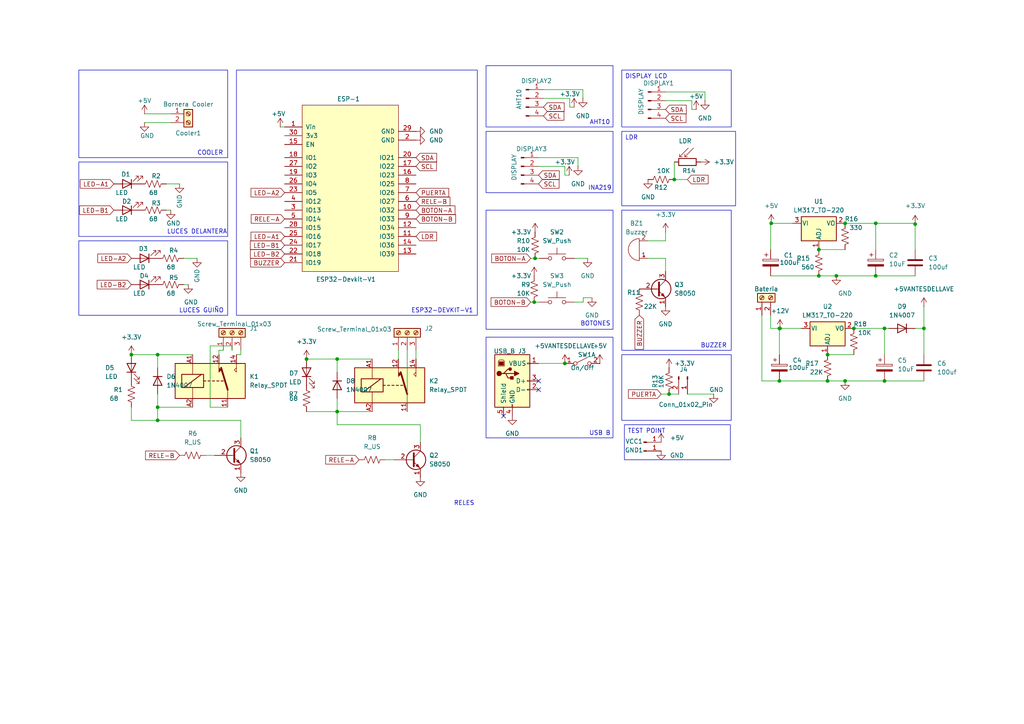
<source format=kicad_sch>
(kicad_sch (version 20231120) (generator "eeschema") (generator_version "8.0")
  (paper "A4")
  (lib_symbols
    (symbol "Connector:Conn_01x01_Pin" (pin_names (offset 1.016) hide)
      (property "Reference" "J" (at 0 2.54 0))
      (property "Value" "Conn_01x01_Pin" (at 0 -2.54 0))
      (symbol "Conn_01x01_Pin_1_1"
        (pin passive line (at 5.08 0 180) (length 3.81) (name "Pin_1") (number "1"))
      )
    )
    (symbol "Connector:Conn_01x02_Pin" (pin_names (offset 1.016) hide)
      (property "Reference" "J" (at 0 2.54 0))
      (property "Value" "Conn_01x02_Pin" (at 0 -5.08 0))
      (symbol "Conn_01x02_Pin_1_1"
        (pin passive line (at 5.08 0 180) (length 3.81) (name "Pin_1") (number "1"))
        (pin passive line (at 5.08 -2.54 180) (length 3.81) (name "Pin_2") (number "2"))
      )
    )
    (symbol "Connector:Conn_01x04_Pin" (pin_names (offset 1.016) hide)
      (property "Reference" "J" (at 0 5.08 0))
      (property "Value" "Conn_01x04_Pin" (at 0 -7.62 0))
      (symbol "Conn_01x04_Pin_1_1"
        (pin passive line (at 5.08 2.54 180) (length 3.81) (name "Pin_1") (number "1"))
        (pin passive line (at 5.08 0 180) (length 3.81) (name "Pin_2") (number "2"))
        (pin passive line (at 5.08 -2.54 180) (length 3.81) (name "Pin_3") (number "3"))
        (pin passive line (at 5.08 -5.08 180) (length 3.81) (name "Pin_4") (number "4"))
      )
    )
    (symbol "Connector:Screw_Terminal_01x02" (pin_names (offset 1.016) hide)
      (property "Reference" "J" (at 0 2.54 0))
      (property "Value" "Screw_Terminal_01x02" (at 0 -5.08 0))
      (symbol "Screw_Terminal_01x02_1_1"
        (pin passive line (at -5.08 0 0) (length 3.81) (name "Pin_1") (number "1"))
        (pin passive line (at -5.08 -2.54 0) (length 3.81) (name "Pin_2") (number "2"))
      )
    )
    (symbol "Connector:Screw_Terminal_01x03" (pin_names (offset 1.016) hide)
      (property "Reference" "J" (at 0 5.08 0))
      (property "Value" "Screw_Terminal_01x03" (at 0 -5.08 0))
      (symbol "Screw_Terminal_01x03_1_1"
        (pin passive line (at -5.08 2.54 0) (length 3.81) (name "Pin_1") (number "1"))
        (pin passive line (at -5.08 0 0) (length 3.81) (name "Pin_2") (number "2"))
        (pin passive line (at -5.08 -2.54 0) (length 3.81) (name "Pin_3") (number "3"))
      )
    )
    (symbol "Connector:USB_B" (pin_names (offset 1.016))
      (property "Reference" "J" (at -5.08 11.43 0))
      (property "Value" "USB_B" (at -5.08 8.89 0))
      (symbol "USB_B_1_1"
        (pin power_out line (at 7.62 5.08 180) (length 2.54) (name "VBUS") (number "1"))
        (pin bidirectional line (at 7.62 -2.54 180) (length 2.54) (name "D-") (number "2"))
        (pin bidirectional line (at 7.62 0 180) (length 2.54) (name "D+") (number "3"))
        (pin power_out line (at 0 -10.16 90) (length 2.54) (name "GND") (number "4"))
        (pin passive line (at -2.54 -10.16 90) (length 2.54) (name "Shield") (number "5"))
      )
    )
    (symbol "Device:Buzzer" (pin_names (offset 0.0254) hide)
      (property "Reference" "BZ" (at 3.81 1.27 0))
      (property "Value" "Buzzer" (at 3.81 -1.27 0))
      (symbol "Buzzer_1_1"
        (pin passive line (at -2.54 2.54 0) (length 2.54) (name "+") (number "1"))
        (pin passive line (at -2.54 -2.54 0) (length 2.54) (name "-") (number "2"))
      )
    )
    (symbol "Device:C" (pin_numbers hide) (pin_names (offset 0.254))
      (property "Reference" "C" (at 0.635 2.54 0))
      (property "Value" "C" (at 0.635 -2.54 0))
      (symbol "C_1_1"
        (pin passive line (at 0 3.81 270) (length 2.794) (name "~") (number "1"))
        (pin passive line (at 0 -3.81 90) (length 2.794) (name "~") (number "2"))
      )
    )
    (symbol "Device:C_Polarized" (pin_numbers hide) (pin_names (offset 0.254))
      (property "Reference" "C" (at 0.635 2.54 0))
      (property "Value" "C_Polarized" (at 0.635 -2.54 0))
      (symbol "C_Polarized_1_1"
        (pin passive line (at 0 3.81 270) (length 2.794) (name "~") (number "1"))
        (pin passive line (at 0 -3.81 90) (length 2.794) (name "~") (number "2"))
      )
    )
    (symbol "Device:LED" (pin_numbers hide) (pin_names (offset 1.016) hide)
      (property "Reference" "D" (at 0 2.54 0))
      (property "Value" "LED" (at 0 -2.54 0))
      (symbol "LED_1_1"
        (pin passive line (at -3.81 0 0) (length 2.54) (name "K") (number "1"))
        (pin passive line (at 3.81 0 180) (length 2.54) (name "A") (number "2"))
      )
    )
    (symbol "Device:R_US" (pin_numbers hide) (pin_names (offset 0))
      (property "Reference" "R" (at 2.54 0 90))
      (property "Value" "R_US" (at -2.54 0 90))
      (symbol "R_US_1_1"
        (pin passive line (at 0 3.81 270) (length 1.27) (name "~") (number "1"))
        (pin passive line (at 0 -3.81 90) (length 1.27) (name "~") (number "2"))
      )
    )
    (symbol "Diode:1N4007" (pin_numbers hide) (pin_names hide)
      (property "Reference" "D" (at 0 2.54 0))
      (property "Value" "1N4007" (at 0 -2.54 0))
      (symbol "1N4007_1_1"
        (pin passive line (at -3.81 0 0) (length 2.54) (name "K") (number "1"))
        (pin passive line (at 3.81 0 180) (length 2.54) (name "A") (number "2"))
      )
    )
    (symbol "Regulator_Linear:LM317_TO-220" (pin_names (offset 0.254))
      (property "Reference" "U" (at -3.81 3.175 0))
      (property "Value" "LM317_TO-220" (at 0 3.175 0))
      (symbol "LM317_TO-220_1_1"
        (pin input line (at 0 -7.62 90) (length 2.54) (name "ADJ") (number "1"))
        (pin power_out line (at 7.62 0 180) (length 2.54) (name "VO") (number "2"))
        (pin power_in line (at -7.62 0 0) (length 2.54) (name "VI") (number "3"))
      )
    )
    (symbol "Relay:Relay_SPDT"
      (property "Reference" "K" (at 11.43 3.81 0))
      (property "Value" "Relay_SPDT" (at 11.43 1.27 0))
      (symbol "Relay_SPDT_1_1"
        (pin passive line (at 5.08 -7.62 90) (length 2.54) (name "~") (number "11"))
        (pin passive line (at 2.54 7.62 270) (length 2.54) (name "~") (number "12"))
        (pin passive line (at 7.62 7.62 270) (length 2.54) (name "~") (number "14"))
        (pin passive line (at -5.08 7.62 270) (length 2.54) (name "~") (number "A1"))
        (pin passive line (at -5.08 -7.62 90) (length 2.54) (name "~") (number "A2"))
      )
    )
    (symbol "Sensor_Optical:A1050" (pin_numbers hide) (pin_names (offset 0))
      (property "Reference" "R" (at -5.08 0 90))
      (property "Value" "A1050" (at 1.905 0 90))
      (symbol "A1050_1_1"
        (pin passive line (at 0 3.81 270) (length 1.27) (name "~") (number "1"))
        (pin passive line (at 0 -3.81 90) (length 1.27) (name "~") (number "2"))
      )
    )
    (symbol "Switch:SW_DPST_x2" (pin_names (offset 0) hide)
      (property "Reference" "SW" (at 0 3.175 0))
      (property "Value" "SW_DPST_x2" (at 0 -2.54 0))
      (symbol "SW_DPST_x2_1_1"
        (pin passive line (at -5.08 0 0) (length 2.54) (name "A") (number "1"))
        (pin passive line (at 5.08 0 180) (length 2.54) (name "B") (number "2"))
      )
      (symbol "SW_DPST_x2_2_1"
        (pin passive line (at -5.08 0 0) (length 2.54) (name "A") (number "3"))
        (pin passive line (at 5.08 0 180) (length 2.54) (name "B") (number "4"))
      )
    )
    (symbol "Switch:SW_Push" (pin_numbers hide) (pin_names (offset 1.016) hide)
      (property "Reference" "SW" (at 1.27 2.54 0))
      (property "Value" "SW_Push" (at 0 -1.524 0))
      (symbol "SW_Push_0_1"
        (pin passive line (at -5.08 0 0) (length 2.54) (name "1") (number "1"))
        (pin passive line (at 5.08 0 180) (length 2.54) (name "2") (number "2"))
      )
    )
    (symbol "Transistor_BJT:S8050" (pin_names (offset 0) hide)
      (property "Reference" "Q" (at 5.08 1.905 0))
      (property "Value" "S8050" (at 5.08 0 0))
      (symbol "S8050_1_1"
        (pin passive line (at 2.54 -5.08 90) (length 2.54) (name "E") (number "1"))
        (pin input line (at -5.08 0 0) (length 5.08) (name "B") (number "2"))
        (pin passive line (at 2.54 5.08 270) (length 2.54) (name "C") (number "3"))
      )
    )
    (symbol "esp32-devkit-v1:ESP32-Devkit-V1" (pin_names (offset 1.016))
      (property "Reference" "U" (at 13.97 -21.59 0))
      (property "Value" "ESP32-Devkit-V1" (at 13.97 -2.54 0))
      (symbol "ESP32-Devkit-V1_1_1"
        (pin power_in line (at -5.08 -6.35 0) (length 5.08) (name "Vin") (number "1"))
        (pin bidirectional line (at 33.02 -30.48 180) (length 5.08) (name "IO32") (number "10"))
        (pin bidirectional line (at 33.02 -38.1 180) (length 5.08) (name "IO35") (number "11"))
        (pin bidirectional line (at 33.02 -35.56 180) (length 5.08) (name "IO34") (number "12"))
        (pin bidirectional line (at 33.02 -43.18 180) (length 5.08) (name "IO39") (number "13"))
        (pin bidirectional line (at 33.02 -40.64 180) (length 5.08) (name "IO36") (number "14"))
        (pin input line (at -5.08 -11.43 0) (length 5.08) (name "EN") (number "15"))
        (pin bidirectional line (at 33.02 -20.32 180) (length 5.08) (name "IO23") (number "16"))
        (pin bidirectional line (at 33.02 -17.78 180) (length 5.08) (name "IO22") (number "17"))
        (pin bidirectional line (at -5.08 -15.24 0) (length 5.08) (name "IO1") (number "18"))
        (pin bidirectional line (at -5.08 -20.32 0) (length 5.08) (name "IO3") (number "19"))
        (pin power_out line (at 33.02 -10.16 180) (length 5.08) (name "GND") (number "2"))
        (pin bidirectional line (at 33.02 -15.24 180) (length 5.08) (name "IO21") (number "20"))
        (pin bidirectional line (at -5.08 -45.72 0) (length 5.08) (name "IO19") (number "21"))
        (pin bidirectional line (at -5.08 -43.18 0) (length 5.08) (name "IO18") (number "22"))
        (pin bidirectional line (at -5.08 -25.4 0) (length 5.08) (name "IO5") (number "23"))
        (pin bidirectional line (at -5.08 -40.64 0) (length 5.08) (name "IO17") (number "24"))
        (pin bidirectional line (at -5.08 -38.1 0) (length 5.08) (name "IO16") (number "25"))
        (pin bidirectional line (at -5.08 -22.86 0) (length 5.08) (name "IO4") (number "26"))
        (pin bidirectional line (at -5.08 -17.78 0) (length 5.08) (name "IO2") (number "27"))
        (pin bidirectional line (at -5.08 -35.56 0) (length 5.08) (name "IO15") (number "28"))
        (pin power_out line (at 33.02 -7.62 180) (length 5.08) (name "GND") (number "29"))
        (pin bidirectional line (at -5.08 -30.48 0) (length 5.08) (name "IO13") (number "3"))
        (pin power_out line (at -5.08 -8.89 0) (length 5.08) (name "3v3") (number "30"))
        (pin bidirectional line (at -5.08 -27.94 0) (length 5.08) (name "IO12") (number "4"))
        (pin bidirectional line (at -5.08 -33.02 0) (length 5.08) (name "IO14") (number "5"))
        (pin bidirectional line (at 33.02 -27.94 180) (length 5.08) (name "IO27") (number "6"))
        (pin bidirectional line (at 33.02 -25.4 180) (length 5.08) (name "IO26") (number "7"))
        (pin bidirectional line (at 33.02 -22.86 180) (length 5.08) (name "IO25") (number "8"))
        (pin bidirectional line (at 33.02 -33.02 180) (length 5.08) (name "IO33") (number "9"))
      )
    )
    (symbol "power:+3.3V" (power) (pin_numbers hide) (pin_names (offset 0) hide)
      (property "Value" "+3.3V" (at 0 3.556 0))
      (symbol "+3.3V_1_1"
        (pin power_in line (at 0 0 90) (length 0) (name "~") (number "1"))
      )
    )
    (symbol "power:+5V" (power) (pin_numbers hide) (pin_names (offset 0) hide)
      (property "Value" "+5V" (at 0 3.556 0))
      (symbol "+5V_1_1"
        (pin power_in line (at 0 0 90) (length 0) (name "~") (number "1"))
      )
    )
    (symbol "power:GND" (power) (pin_numbers hide) (pin_names (offset 0) hide)
      (property "Value" "GND" (at 0 -3.81 0))
      (symbol "GND_1_1"
        (pin power_in line (at 0 0 270) (length 0) (name "~") (number "1"))
      )
    )
  )
  (junction (at 256.54 95.25))
  (junction (at 240.03 110.49))
  (junction (at 194.056 114.3))
  (junction (at 45.72 118.11))
  (junction (at 88.9 104.14))
  (junction (at 242.57 80.01))
  (junction (at 45.72 121.92))
  (junction (at 254 64.77))
  (junction (at 154.94 87.63))
  (junction (at 245.11 110.49))
  (junction (at 38.1 102.87))
  (junction (at 97.79 104.14))
  (junction (at 265.43 65.0001))
  (junction (at 267.97 95.25))
  (junction (at 163.83 105.41))
  (junction (at 254 80.01))
  (junction (at 245.11 64.77))
  (junction (at 97.79 119.38))
  (junction (at 226.06 110.49))
  (junction (at 223.686 64.77))
  (junction (at 237.49 72.39))
  (junction (at 247.65 95.25))
  (junction (at 226.06 95.25))
  (junction (at 237.49 80.01))
  (junction (at 45.72 102.87))
  (junction (at 155.194 74.93))
  (junction (at 226.226 95.25))
  (junction (at 256.54 110.49))
  (junction (at 240.03 102.87))
  (junction (at 195.58 52.07))
  (no_connect (at 156.21 110.49))
  (no_connect (at 146.05 120.65))
  (no_connect (at 156.21 113.03))
  (wire (pts (xy 220.98 91.44) (xy 220.98 110.49)))
  (wire (pts (xy 193.04 69.85) (xy 187.96 69.85)))
  (wire (pts (xy 226.226 95.25) (xy 226.06 95.25)))
  (wire (pts (xy 97.79 104.14) (xy 97.79 107.95)))
  (wire (pts (xy 169.164 87.63) (xy 166.624 87.63)))
  (wire (pts (xy 265.43 64.77) (xy 254 64.77)))
  (wire (pts (xy 200.66 29.21) (xy 193.04 29.21)))
  (wire (pts (xy 204.47 29.21) (xy 204.47 26.67)))
  (wire (pts (xy 45.72 102.87) (xy 45.72 106.68)))
  (wire (pts (xy 118.11 101.6) (xy 118.11 119.38)))
  (wire (pts (xy 49.53 60.96) (xy 48.26 60.96)))
  (wire (pts (xy 115.57 101.6) (xy 115.57 104.14)))
  (wire (pts (xy 240.03 110.49) (xy 245.11 110.49)))
  (wire (pts (xy 165.2503 28.535) (xy 157.6303 28.535)))
  (wire (pts (xy 229.87 64.77) (xy 223.686 64.77)))
  (wire (pts (xy 121.92 123.19) (xy 97.79 123.19)))
  (wire (pts (xy 193.04 74.93) (xy 193.04 78.74)))
  (wire (pts (xy 265.43 65.0001) (xy 265.43 64.77)))
  (wire (pts (xy 57.15 74.93) (xy 53.34 74.93)))
  (wire (pts (xy 88.9 119.38) (xy 97.79 119.38)))
  (wire (pts (xy 256.54 110.49) (xy 267.97 110.49)))
  (wire (pts (xy 254 72.39) (xy 254 64.77)))
  (wire (pts (xy 38.1 102.87) (xy 45.72 102.87)))
  (wire (pts (xy 107.95 119.38) (xy 97.79 119.38)))
  (wire (pts (xy 165.1 50.8) (xy 163.83 50.8)))
  (wire (pts (xy 97.79 119.38) (xy 97.79 115.57)))
  (wire (pts (xy 107.95 104.14) (xy 97.79 104.14)))
  (wire (pts (xy 169.164 86.36) (xy 169.164 87.63)))
  (wire (pts (xy 237.49 80.01) (xy 242.57 80.01)))
  (wire (pts (xy 256.54 95.25) (xy 257.81 95.25)))
  (wire (pts (xy 68.58 102.87) (xy 69.85 102.87)))
  (wire (pts (xy 120.65 101.6) (xy 120.65 104.14)))
  (wire (pts (xy 240.03 102.87) (xy 247.65 102.87)))
  (wire (pts (xy 200.66 31.75) (xy 200.66 29.21)))
  (wire (pts (xy 204.47 26.67) (xy 193.04 26.67)))
  (wire (pts (xy 54.61 82.55) (xy 53.34 82.55)))
  (wire (pts (xy 195.58 46.99) (xy 195.58 52.07)))
  (wire (pts (xy 81.28 36.83) (xy 82.55 36.83)))
  (wire (pts (xy 163.83 50.8) (xy 163.83 48.26)))
  (wire (pts (xy 60.96 100.33) (xy 60.96 118.11)))
  (wire (pts (xy 38.1 121.92) (xy 45.72 121.92)))
  (wire (pts (xy 111.76 133.35) (xy 114.3 133.35)))
  (wire (pts (xy 52.07 53.34) (xy 48.26 53.34)))
  (wire (pts (xy 59.69 132.08) (xy 62.23 132.08)))
  (wire (pts (xy 154.94 87.63) (xy 156.464 87.63)))
  (wire (pts (xy 226.06 110.49) (xy 240.03 110.49)))
  (wire (pts (xy 256.54 102.87) (xy 256.54 95.25)))
  (wire (pts (xy 169.0603 28.535) (xy 169.0603 25.995)))
  (wire (pts (xy 232.41 95.25) (xy 226.226 95.25)))
  (wire (pts (xy 265.43 72.39) (xy 265.43 65.0001)))
  (wire (pts (xy 155.194 74.93) (xy 156.464 74.93)))
  (wire (pts (xy 41.91 35.56) (xy 49.53 35.56)))
  (wire (pts (xy 38.1 118.11) (xy 38.1 121.92)))
  (wire (pts (xy 67.31 101.6) (xy 67.31 100.33)))
  (wire (pts (xy 223.52 95.25) (xy 226.06 95.25)))
  (wire (pts (xy 169.0603 25.995) (xy 157.6303 25.995)))
  (wire (pts (xy 63.5 101.6) (xy 63.5 102.87)))
  (wire (pts (xy 254 80.01) (xy 265.43 80.01)))
  (wire (pts (xy 69.85 102.87) (xy 69.85 101.6)))
  (wire (pts (xy 223.52 80.01) (xy 237.49 80.01)))
  (wire (pts (xy 166.5203 31.075) (xy 165.2503 31.075)))
  (wire (pts (xy 223.52 64.77) (xy 223.52 72.39)))
  (wire (pts (xy 199.39 114.3) (xy 207.01 114.3)))
  (wire (pts (xy 69.85 127) (xy 69.85 121.92)))
  (wire (pts (xy 226.06 95.25) (xy 226.06 102.87)))
  (wire (pts (xy 237.49 72.39) (xy 245.11 72.39)))
  (wire (pts (xy 60.96 118.11) (xy 66.04 118.11)))
  (wire (pts (xy 167.64 45.72) (xy 156.21 45.72)))
  (wire (pts (xy 223.52 91.44) (xy 223.52 95.25)))
  (wire (pts (xy 153.924 74.93) (xy 155.194 74.93)))
  (wire (pts (xy 41.91 33.02) (xy 49.53 33.02)))
  (wire (pts (xy 191.77 114.3) (xy 194.056 114.3)))
  (wire (pts (xy 55.88 118.11) (xy 45.72 118.11)))
  (wire (pts (xy 167.64 48.26) (xy 167.64 45.72)))
  (wire (pts (xy 165.2503 31.075) (xy 165.2503 28.535)))
  (wire (pts (xy 245.11 110.49) (xy 256.54 110.49)))
  (wire (pts (xy 254 64.77) (xy 245.11 64.77)))
  (wire (pts (xy 45.72 121.92) (xy 45.72 118.11)))
  (wire (pts (xy 242.57 80.01) (xy 254 80.01)))
  (wire (pts (xy 267.97 95.25) (xy 267.97 102.87)))
  (wire (pts (xy 69.85 121.92) (xy 45.72 121.92)))
  (wire (pts (xy 156.21 105.41) (xy 163.83 105.41)))
  (wire (pts (xy 187.96 74.93) (xy 193.04 74.93)))
  (wire (pts (xy 88.9 104.14) (xy 97.79 104.14)))
  (wire (pts (xy 64.77 101.6) (xy 63.5 101.6)))
  (wire (pts (xy 45.72 118.11) (xy 45.72 114.3)))
  (wire (pts (xy 67.31 100.33) (xy 60.96 100.33)))
  (wire (pts (xy 163.83 48.26) (xy 156.21 48.26)))
  (wire (pts (xy 153.924 87.63) (xy 154.94 87.63)))
  (wire (pts (xy 226.06 110.49) (xy 220.98 110.49)))
  (wire (pts (xy 201.93 31.75) (xy 200.66 31.75)))
  (wire (pts (xy 194.056 114.3) (xy 196.85 114.3)))
  (wire (pts (xy 55.88 102.87) (xy 45.72 102.87)))
  (wire (pts (xy 223.686 64.77) (xy 223.52 64.77)))
  (wire (pts (xy 267.97 95.25) (xy 267.97 88.9)))
  (wire (pts (xy 169.164 86.36) (xy 171.704 86.36)))
  (wire (pts (xy 199.39 52.07) (xy 195.58 52.07)))
  (wire (pts (xy 265.43 95.25) (xy 267.97 95.25)))
  (wire (pts (xy 193.04 67.31) (xy 193.04 69.85)))
  (wire (pts (xy 97.79 123.19) (xy 97.79 119.38)))
  (wire (pts (xy 166.624 74.93) (xy 170.434 74.93)))
  (wire (pts (xy 256.54 95.25) (xy 247.65 95.25)))
  (wire (pts (xy 121.92 128.27) (xy 121.92 123.19)))
  (rectangle (start 180.34 60.96) (end 212.09 101.6))
  (rectangle (start 140.97 19.05) (end 177.8 36.83))
  (rectangle (start 180.34 102.87) (end 212.09 121.92))
  (rectangle (start 22.86 69.85) (end 66.04 91.44))
  (rectangle (start 22.86 46.99) (end 66.04 68.58))
  (rectangle (start 140.97 97.79) (end 177.8 127))
  (rectangle (start 22.86 20.32) (end 66.04 45.72))
  (rectangle (start 140.97 38.1) (end 177.8 55.88))
  (rectangle (start 68.58 20.32) (end 138.43 91.44))
  (rectangle (start 140.97 60.96) (end 177.8 95.504))
  (text_box "TEST POINT\n" (at 181.102 123.19 0) (size 30.734 10.16) (effects (font (size 1.27 1.27)) (justify left top)))
  (text_box "LDR\n" (at 180.34 38.1 0) (size 33.02 21.59) (effects (font (size 1.27 1.27)) (justify left top)))
  (text_box "DISPLAY LCD" (at 180.34 20.32 0) (size 31.75 16.51) (effects (font (size 1.27 1.27)) (justify left top)))
  (text "INA219" (at 173.99 54.61 0) (effects (font (size 1.27 1.27))))
  (text "LUCES DELANTERA" (at 57.15 67.31 0) (effects (font (size 1.27 1.27))))
  (text "LUCES GUIÑO" (at 58.42 90.17 0) (effects (font (size 1.27 1.27))))
  (text "ESP32-DEVKIT-V1" (at 128.27 90.17 0) (effects (font (size 1.27 1.27))))
  (text "RELES\n" (at 134.62 146.05 0) (effects (font (size 1.27 1.27))))
  (text "USB B" (at 173.99 125.73 0) (effects (font (size 1.27 1.27))))
  (text "COOLER" (at 60.96 44.45 0) (effects (font (size 1.27 1.27))))
  (text "BOTONES\n" (at 172.72 93.98 0) (effects (font (size 1.27 1.27))))
  (text "BUZZER" (at 207.01 100.33 0) (effects (font (size 1.27 1.27))))
  (text "AHT10" (at 173.99 35.56 0) (effects (font (size 1.27 1.27))))
  (global_label "LED-A1" (shape input) (at 82.55 68.58 180) (property "Intersheetrefs" "${INTERSHEET_REFS}" (effects (hide yes))))
  (global_label "SDA" (shape input) (at 156.21 50.8 0) (property "Intersheetrefs" "${INTERSHEET_REFS}" (effects (hide yes))))
  (global_label "BOTON-A" (shape input) (at 120.65 60.96 0) (property "Intersheetrefs" "${INTERSHEET_REFS}" (effects (hide yes))))
  (global_label "PUERTA" (shape input) (at 191.77 114.3 180) (property "Intersheetrefs" "${INTERSHEET_REFS}" (effects (hide yes))))
  (global_label "SDA" (shape input) (at 193.04 31.75 0) (property "Intersheetrefs" "${INTERSHEET_REFS}" (effects (hide yes))))
  (global_label "RELE-A" (shape input) (at 104.14 133.35 180) (property "Intersheetrefs" "${INTERSHEET_REFS}" (effects (hide yes))))
  (global_label "SDA" (shape input) (at 120.65 45.72 0) (property "Intersheetrefs" "${INTERSHEET_REFS}" (effects (hide yes))))
  (global_label "BOTON-B" (shape input) (at 120.65 63.5 0) (property "Intersheetrefs" "${INTERSHEET_REFS}" (effects (hide yes))))
  (global_label "SDA" (shape input) (at 157.6303 31.075 0) (property "Intersheetrefs" "${INTERSHEET_REFS}" (effects (hide yes))))
  (global_label "RELE-A" (shape input) (at 82.55 63.5 180) (property "Intersheetrefs" "${INTERSHEET_REFS}" (effects (hide yes))))
  (global_label "LED-A2" (shape input) (at 38.1 74.93 180) (property "Intersheetrefs" "${INTERSHEET_REFS}" (effects (hide yes))))
  (global_label "BUZZER" (shape input) (at 82.55 76.2 180) (property "Intersheetrefs" "${INTERSHEET_REFS}" (effects (hide yes))))
  (global_label "SCL" (shape input) (at 193.04 34.29 0) (property "Intersheetrefs" "${INTERSHEET_REFS}" (effects (hide yes))))
  (global_label "SCL" (shape input) (at 157.6303 33.615 0) (property "Intersheetrefs" "${INTERSHEET_REFS}" (effects (hide yes))))
  (global_label "LDR" (shape input) (at 120.65 68.58 0) (property "Intersheetrefs" "${INTERSHEET_REFS}" (effects (hide yes))))
  (global_label "LED-B1" (shape input) (at 33.02 60.96 180) (property "Intersheetrefs" "${INTERSHEET_REFS}" (effects (hide yes))))
  (global_label "LDR" (shape input) (at 199.39 52.07 0) (property "Intersheetrefs" "${INTERSHEET_REFS}" (effects (hide yes))))
  (global_label "LED-B1" (shape input) (at 82.55 71.12 180) (property "Intersheetrefs" "${INTERSHEET_REFS}" (effects (hide yes))))
  (global_label "LED-A1" (shape input) (at 33.02 53.34 180) (property "Intersheetrefs" "${INTERSHEET_REFS}" (effects (hide yes))))
  (global_label "BUZZER" (shape input) (at 185.42 91.44 270) (property "Intersheetrefs" "${INTERSHEET_REFS}" (effects (hide yes))))
  (global_label "BOTON-A" (shape input) (at 153.924 74.93 180) (property "Intersheetrefs" "${INTERSHEET_REFS}" (effects (hide yes))))
  (global_label "SCL" (shape input) (at 156.21 53.34 0) (property "Intersheetrefs" "${INTERSHEET_REFS}" (effects (hide yes))))
  (global_label "BOTON-B" (shape input) (at 153.924 87.63 180) (property "Intersheetrefs" "${INTERSHEET_REFS}" (effects (hide yes))))
  (global_label "PUERTA" (shape input) (at 120.65 55.88 0) (property "Intersheetrefs" "${INTERSHEET_REFS}" (effects (hide yes))))
  (global_label "SCL" (shape input) (at 120.65 48.26 0) (property "Intersheetrefs" "${INTERSHEET_REFS}" (effects (hide yes))))
  (global_label "RELE-B" (shape input) (at 120.65 58.42 0) (property "Intersheetrefs" "${INTERSHEET_REFS}" (effects (hide yes))))
  (global_label "RELE-B" (shape input) (at 52.07 132.08 180) (property "Intersheetrefs" "${INTERSHEET_REFS}" (effects (hide yes))))
  (global_label "LED-B2" (shape input) (at 38.1 82.55 180) (property "Intersheetrefs" "${INTERSHEET_REFS}" (effects (hide yes))))
  (global_label "LED-A2" (shape input) (at 82.55 55.88 180) (property "Intersheetrefs" "${INTERSHEET_REFS}" (effects (hide yes))))
  (global_label "LED-B2" (shape input) (at 82.55 73.66 180) (property "Intersheetrefs" "${INTERSHEET_REFS}" (effects (hide yes))))
  (symbol (lib_id "power:+5V") (at 81.28 36.83 0) (unit 1)
    (property "Reference" "#PWR010" (effects (hide yes)))
    (property "Value" "+5V" (at 78.74 33.02 0) (effects (justify left)))
    (property "Description" "Power symbol creates a global label with name \"+5V\"" (effects (hide yes)))
  )
  (symbol (lib_id "power:GND") (at 242.57 80.01 0) (unit 1)
    (property "Reference" "#PWR018" (effects (hide yes)))
    (property "Value" "GND" (at 245.11 85.09 0))
    (property "Description" "Power symbol creates a global label with name \"GND\" , ground" (effects (hide yes)))
  )
  (symbol (lib_id "Device:R_US") (at 240.03 106.68 0) (mirror y) (unit 1)
    (property "Reference" "R17" (at 237.49 105.4099 0) (effects (justify left)))
    (property "Value" "22K" (at 238.76 107.95 0) (effects (justify left)))
    (property "Footprint" "Resistor_THT:R_Axial_DIN0207_L6.3mm_D2.5mm_P10.16mm_Horizontal" (effects (hide yes)))
    (property "Description" "Resistor, US symbol" (effects (hide yes)))
  )
  (symbol (lib_id "Connector:Screw_Terminal_01x02") (at 54.61 33.02 0) (unit 1)
    (property "Reference" "Cooler1" (at 54.61 38.608 0))
    (property "Value" "Bornera Cooler" (at 54.61 30.226 0))
    (property "Footprint" "TerminalBlock:TerminalBlock_bornier-2_P5.08mm" (effects (hide yes)))
    (property "Description" "Generic screw terminal, single row, 01x02, script generated (kicad-library-utils/schlib/autogen/connector/)" (effects (hide yes)))
  )
  (symbol (lib_id "Device:R_US") (at 49.53 74.93 270) (unit 1)
    (property "Reference" "R4" (at 49.022 72.644 90) (effects (justify left)))
    (property "Value" "68" (at 48.2601 77.47 90) (effects (justify left)))
    (property "Footprint" "Resistor_THT:R_Axial_DIN0207_L6.3mm_D2.5mm_P10.16mm_Horizontal" (effects (hide yes)))
    (property "Description" "Resistor, US symbol" (effects (hide yes)))
  )
  (symbol (lib_id "Transistor_BJT:S8050") (at 67.31 132.08 0) (unit 1)
    (property "Reference" "Q1" (at 72.39 130.8099 0) (effects (justify left)))
    (property "Value" "S8050" (at 72.39 133.3499 0) (effects (justify left)))
    (property "Footprint" "Package_TO_SOT_THT:TO-92_Inline" (effects (hide yes)))
    (property "Datasheet" "http://www.unisonic.com.tw/datasheet/S8050.pdf" (effects (hide yes)))
    (property "Description" "0.7A Ic, 20V Vce, Low Voltage High Current NPN Transistor, TO-92" (effects (hide yes)))
  )
  (symbol (lib_id "power:+3.3V") (at 203.2 46.99 270) (unit 1)
    (property "Reference" "#PWR037" (effects (hide yes)))
    (property "Value" "+3.3V" (at 207.01 46.9899 90) (effects (justify left)))
    (property "Description" "Power symbol creates a global label with name \"+3.3V\"" (effects (hide yes)))
  )
  (symbol (lib_id "Device:R_US") (at 38.1 114.3 0) (unit 1)
    (property "Reference" "R1" (at 34.29 113.03 0))
    (property "Value" "68" (at 31.75 115.57 0) (effects (justify left)))
    (property "Footprint" "Resistor_THT:R_Axial_DIN0207_L6.3mm_D2.5mm_P10.16mm_Horizontal" (effects (hide yes)))
    (property "Description" "Resistor, US symbol" (effects (hide yes)))
  )
  (symbol (lib_id "Device:R_US") (at 88.9 115.57 0) (unit 1)
    (property "Reference" "R7" (at 85.09 114.3 0))
    (property "Value" "68" (at 83.82 115.57 0) (effects (justify left)))
    (property "Footprint" "Resistor_THT:R_Axial_DIN0207_L6.3mm_D2.5mm_P10.16mm_Horizontal" (effects (hide yes)))
    (property "Description" "Resistor, US symbol" (effects (hide yes)))
  )
  (symbol (lib_id "power:+5V") (at 226.226 95.25 0) (unit 1)
    (property "Reference" "#PWR025" (effects (hide yes)))
    (property "Value" "+12V" (at 226.226 90.17 0))
    (property "Description" "Power symbol creates a global label with name \"+5V\"" (effects (hide yes)))
  )
  (symbol (lib_id "Transistor_BJT:S8050") (at 190.5 83.82 0) (unit 1)
    (property "Reference" "Q3" (at 195.58 82.5499 0) (effects (justify left)))
    (property "Value" "S8050" (at 195.58 85.0899 0) (effects (justify left)))
    (property "Footprint" "Package_TO_SOT_THT:TO-92_Inline" (effects (hide yes)))
    (property "Datasheet" "http://www.unisonic.com.tw/datasheet/S8050.pdf" (effects (hide yes)))
    (property "Description" "0.7A Ic, 20V Vce, Low Voltage High Current NPN Transistor, TO-92" (effects (hide yes)))
  )
  (symbol (lib_id "power:GND") (at 245.11 110.49 0) (unit 1)
    (property "Reference" "#PWR033" (effects (hide yes)))
    (property "Value" "GND" (at 245.11 115.57 0))
    (property "Description" "Power symbol creates a global label with name \"GND\" , ground" (effects (hide yes)))
  )
  (symbol (lib_id "power:+3.3V") (at 265.43 65.0001 0) (unit 1)
    (property "Reference" "#PWR011" (effects (hide yes)))
    (property "Value" "+3.3V" (at 265.43 59.69 0))
    (property "Description" "Power symbol creates a global label with name \"+3.3V\"" (effects (hide yes)))
  )
  (symbol (lib_id "Connector:Screw_Terminal_01x03") (at 67.31 96.52 90) (unit 1)
    (property "Reference" "J1" (at 72.39 95.2499 90) (effects (justify right)))
    (property "Value" "Screw_Terminal_01x03" (at 57.15 93.98 90) (effects (justify right)))
    (property "Footprint" "TerminalBlock:TerminalBlock_bornier-3_P5.08mm" (effects (hide yes)))
    (property "Description" "Generic screw terminal, single row, 01x03, script generated (kicad-library-utils/schlib/autogen/connector/)" (effects (hide yes)))
  )
  (symbol (lib_id "Device:R_US") (at 44.45 53.34 270) (unit 1)
    (property "Reference" "R2" (at 43.942 51.054 90) (effects (justify left)))
    (property "Value" "68" (at 43.1801 55.88 90) (effects (justify left)))
    (property "Footprint" "Resistor_THT:R_Axial_DIN0207_L6.3mm_D2.5mm_P10.16mm_Horizontal" (effects (hide yes)))
    (property "Description" "Resistor, US symbol" (effects (hide yes)))
  )
  (symbol (lib_id "power:GND") (at 57.15 74.93 0) (unit 1)
    (property "Reference" "#PWR08" (effects (hide yes)))
    (property "Value" "GND" (at 57.15 80.01 90))
    (property "Description" "Power symbol creates a global label with name \"GND\" , ground" (effects (hide yes)))
  )
  (symbol (lib_id "Device:C") (at 267.97 106.68 0) (unit 1)
    (property "Reference" "C6" (at 271.78 105.4099 0) (effects (justify left)))
    (property "Value" "100uf" (at 271.78 107.9499 0) (effects (justify left)))
    (property "Footprint" "Capacitor_THT:C_Disc_D7.5mm_W4.4mm_P5.00mm" (effects (hide yes)))
    (property "Description" "Unpolarized capacitor" (effects (hide yes)))
  )
  (symbol (lib_id "Device:C_Polarized") (at 226.06 106.68 0) (unit 1)
    (property "Reference" "C4" (at 229.87 104.5209 0) (effects (justify left)))
    (property "Value" "100uF" (at 228.6469 106.6363 0) (effects (justify left)))
    (property "Footprint" "Capacitor_THT:CP_Radial_D10.0mm_P3.50mm" (effects (hide yes)))
    (property "Description" "Polarized capacitor" (effects (hide yes)))
  )
  (symbol (lib_id "power:GND") (at 49.53 60.96 0) (unit 1)
    (property "Reference" "#PWR07" (effects (hide yes)))
    (property "Value" "GND" (at 48.26 64.77 0) (effects (justify left)))
    (property "Description" "Power symbol creates a global label with name \"GND\" , ground" (effects (hide yes)))
  )
  (symbol (lib_id "Diode:1N4007") (at 45.72 110.49 270) (unit 1)
    (property "Reference" "D6" (at 48.26 109.2199 90) (effects (justify left)))
    (property "Value" "1N4007" (at 48.26 111.7599 90) (effects (justify left)))
    (property "Footprint" "Diode_THT:D_DO-41_SOD81_P10.16mm_Horizontal" (effects (hide yes)))
    (property "Datasheet" "http://www.vishay.com/docs/88503/1n4001.pdf" (effects (hide yes)))
    (property "Description" "1000V 1A General Purpose Rectifier Diode, DO-41" (effects (hide yes)))
    (property "Sim.Device" "D" (effects (hide yes)))
    (property "Sim.Pins" "1=K 2=A" (effects (hide yes)))
  )
  (symbol (lib_id "power:+3.3V") (at 193.04 67.31 0) (unit 1)
    (property "Reference" "#PWR034" (effects (hide yes)))
    (property "Value" "+3.3V" (at 193.04 62.23 0))
    (property "Description" "Power symbol creates a global label with name \"+3.3V\"" (effects (hide yes)))
  )
  (symbol (lib_id "Transistor_BJT:S8050") (at 119.38 133.35 0) (unit 1)
    (property "Reference" "Q2" (at 124.46 132.0799 0) (effects (justify left)))
    (property "Value" "S8050" (at 124.46 134.6199 0) (effects (justify left)))
    (property "Footprint" "Package_TO_SOT_THT:TO-92_Inline" (effects (hide yes)))
    (property "Datasheet" "http://www.unisonic.com.tw/datasheet/S8050.pdf" (effects (hide yes)))
    (property "Description" "0.7A Ic, 20V Vce, Low Voltage High Current NPN Transistor, TO-92" (effects (hide yes)))
  )
  (symbol (lib_id "power:+5V") (at 201.93 31.75 0) (unit 1)
    (property "Reference" "#PWR04" (effects (hide yes)))
    (property "Value" "+5V" (at 201.93 27.94 0))
    (property "Description" "Power symbol creates a global label with name \"+5V\"" (effects (hide yes)))
  )
  (symbol (lib_id "Connector:Conn_01x04_Pin") (at 152.5503 28.535 0) (unit 1)
    (property "Reference" "DISPLAY2" (at 155.5983 23.455 0))
    (property "Value" "AHT10" (at 150.5183 28.789 90))
    (property "Footprint" "Connector_Molex:Molex_KK-254_AE-6410-04A_1x04_P2.54mm_Vertical" (effects (hide yes)))
    (property "Description" "Generic connector, single row, 01x04, script generated" (effects (hide yes)))
  )
  (symbol (lib_id "power:GND") (at 170.434 74.93 0) (unit 1)
    (property "Reference" "#PWR028" (effects (hide yes)))
    (property "Value" "GND" (at 170.434 80.01 0))
    (property "Description" "Power symbol creates a global label with name \"GND\" , ground" (effects (hide yes)))
  )
  (symbol (lib_id "power:GND") (at 167.64 48.26 0) (unit 1)
    (property "Reference" "#PWR024" (effects (hide yes)))
    (property "Value" "GND" (at 167.64 53.34 0))
    (property "Description" "Power symbol creates a global label with name \"GND\" , ground" (effects (hide yes)))
  )
  (symbol (lib_id "Device:R_US") (at 194.056 110.49 0) (mirror y) (unit 1)
    (property "Reference" "R13" (at 189.9957 108.6751 90) (effects (justify right)))
    (property "Value" "10K" (at 191.77 108.712 90) (effects (justify right)))
    (property "Footprint" "Resistor_THT:R_Axial_DIN0207_L6.3mm_D2.5mm_P10.16mm_Horizontal" (effects (hide yes)))
    (property "Description" "Resistor, US symbol" (effects (hide yes)))
  )
  (symbol (lib_id "power:+5V") (at 267.97 88.9 0) (unit 1)
    (property "Reference" "#PWR043" (effects (hide yes)))
    (property "Value" "+5VANTESDELLAVE" (at 267.97 83.82 0))
    (property "Description" "Power symbol creates a global label with name \"+5V\"" (effects (hide yes)))
  )
  (symbol (lib_id "Device:Buzzer") (at 185.42 72.39 180) (unit 1)
    (property "Reference" "BZ1" (at 184.6649 64.77 0))
    (property "Value" "Buzzer" (at 184.6649 67.31 0))
    (property "Footprint" "Buzzer_Beeper:Buzzer_12x9.5RM7.6" (effects (hide yes)))
    (property "Description" "Buzzer, polarized" (effects (hide yes)))
  )
  (symbol (lib_id "Device:R_US") (at 191.77 52.07 270) (unit 1)
    (property "Reference" "R12" (at 189.738 54.356 90) (effects (justify left)))
    (property "Value" "10K" (at 190.5 49.53 90) (effects (justify left)))
    (property "Footprint" "Resistor_THT:R_Axial_DIN0207_L6.3mm_D2.5mm_P10.16mm_Horizontal" (effects (hide yes)))
    (property "Description" "Resistor, US symbol" (effects (hide yes)))
  )
  (symbol (lib_id "power:+3.3V") (at 154.94 80.01 0) (mirror y) (unit 1)
    (property "Reference" "#PWR021" (effects (hide yes)))
    (property "Value" "+3.3V" (at 151.13 80.01 0))
    (property "Description" "Power symbol creates a global label with name \"+3.3V\"" (effects (hide yes)))
  )
  (symbol (lib_id "Connector:Conn_01x01_Pin") (at 186.69 128.27 0) (unit 1)
    (property "Reference" "VCC1" (at 183.896 128.016 0))
    (property "Value" "Conn_01x01_Pin" (effects (hide yes)))
    (property "Footprint" "Connector_PinHeader_2.54mm:PinHeader_1x01_P2.54mm_Vertical" (effects (hide yes)))
    (property "Description" "Generic connector, single row, 01x01, script generated" (effects (hide yes)))
  )
  (symbol (lib_id "power:+3.3V") (at 155.194 67.31 0) (mirror y) (unit 1)
    (property "Reference" "#PWR022" (effects (hide yes)))
    (property "Value" "+3.3V" (at 151.13 67.31 0))
    (property "Description" "Power symbol creates a global label with name \"+3.3V\"" (effects (hide yes)))
  )
  (symbol (lib_id "Diode:1N4007") (at 97.79 111.76 270) (unit 1)
    (property "Reference" "D8" (at 100.33 110.4899 90) (effects (justify left)))
    (property "Value" "1N4007" (at 100.33 113.0299 90) (effects (justify left)))
    (property "Footprint" "Diode_THT:D_DO-41_SOD81_P10.16mm_Horizontal" (effects (hide yes)))
    (property "Datasheet" "http://www.vishay.com/docs/88503/1n4001.pdf" (effects (hide yes)))
    (property "Description" "1000V 1A General Purpose Rectifier Diode, DO-41" (effects (hide yes)))
    (property "Sim.Device" "D" (effects (hide yes)))
    (property "Sim.Pins" "1=K 2=A" (effects (hide yes)))
  )
  (symbol (lib_id "Device:R_US") (at 44.45 60.96 270) (unit 1)
    (property "Reference" "R3" (at 43.942 58.928 90) (effects (justify left)))
    (property "Value" "68" (at 43.1801 63.5 90) (effects (justify left)))
    (property "Footprint" "Resistor_THT:R_Axial_DIN0207_L6.3mm_D2.5mm_P10.16mm_Horizontal" (effects (hide yes)))
    (property "Description" "Resistor, US symbol" (effects (hide yes)))
  )
  (symbol (lib_id "power:+3.3V") (at 38.1 102.87 0) (unit 1)
    (property "Reference" "#PWR02" (effects (hide yes)))
    (property "Value" "+3.3V" (at 38.1 97.79 0))
    (property "Description" "Power symbol creates a global label with name \"+3.3V\"" (effects (hide yes)))
  )
  (symbol (lib_id "power:GND") (at 193.04 88.9 0) (unit 1)
    (property "Reference" "#PWR035" (effects (hide yes)))
    (property "Value" "GND" (at 193.04 93.98 0))
    (property "Description" "Power symbol creates a global label with name \"GND\" , ground" (effects (hide yes)))
  )
  (symbol (lib_id "power:+3.3V") (at 194.056 106.68 0) (mirror y) (unit 1)
    (property "Reference" "#PWR036" (effects (hide yes)))
    (property "Value" "+3.3V" (at 195.58 105.4099 0) (effects (justify right)))
    (property "Description" "Power symbol creates a global label with name \"+3.3V\"" (effects (hide yes)))
  )
  (symbol (lib_id "power:GND") (at 121.92 138.43 0) (unit 1)
    (property "Reference" "#PWR014" (effects (hide yes)))
    (property "Value" "GND" (at 121.92 143.51 0))
    (property "Description" "Power symbol creates a global label with name \"GND\" , ground" (effects (hide yes)))
  )
  (symbol (lib_id "Device:R_US") (at 155.194 71.12 0) (mirror y) (unit 1)
    (property "Reference" "R10" (at 149.86 69.85 0) (effects (justify right)))
    (property "Value" "10K" (at 149.86 72.39 0) (effects (justify right)))
    (property "Footprint" "Resistor_THT:R_Axial_DIN0207_L6.3mm_D2.5mm_P10.16mm_Horizontal" (effects (hide yes)))
    (property "Description" "Resistor, US symbol" (effects (hide yes)))
  )
  (symbol (lib_id "Device:R_US") (at 185.42 87.63 0) (unit 1)
    (property "Reference" "R11" (at 181.864 84.836 0) (effects (justify left)))
    (property "Value" "22K" (at 186.69 88.9 0) (effects (justify left)))
    (property "Footprint" "Resistor_THT:R_Axial_DIN0207_L6.3mm_D2.5mm_P10.16mm_Horizontal" (effects (hide yes)))
    (property "Description" "Resistor, US symbol" (effects (hide yes)))
  )
  (symbol (lib_id "power:+5V") (at 191.77 128.27 0) (unit 1)
    (property "Reference" "#PWR030" (effects (hide yes)))
    (property "Value" "+5V" (at 194.31 126.9999 0) (effects (justify left)))
    (property "Description" "Power symbol creates a global label with name \"+5V\"" (effects (hide yes)))
  )
  (symbol (lib_id "Connector:Conn_01x04_Pin") (at 187.96 29.21 0) (unit 1)
    (property "Reference" "DISPLAY1" (at 191.008 24.13 0))
    (property "Value" "DISPLAY" (at 185.928 29.464 90))
    (property "Footprint" "Connector_Molex:Molex_KK-254_AE-6410-04A_1x04_P2.54mm_Vertical" (effects (hide yes)))
    (property "Description" "Generic connector, single row, 01x04, script generated" (effects (hide yes)))
  )
  (symbol (lib_id "power:+3.3V") (at 166.5203 31.075 0) (unit 1)
    (property "Reference" "#PWR019" (effects (hide yes)))
    (property "Value" "+3.3V" (at 165.2503 27.265 0))
    (property "Description" "Power symbol creates a global label with name \"+3.3V\"" (effects (hide yes)))
  )
  (symbol (lib_id "power:GND") (at 120.65 38.1 90) (unit 1)
    (property "Reference" "#PWR015" (effects (hide yes)))
    (property "Value" "GND" (at 124.46 38.0999 90) (effects (justify right)))
    (property "Description" "Power symbol creates a global label with name \"GND\" , ground" (effects (hide yes)))
  )
  (symbol (lib_id "power:+5V") (at 41.91 33.02 0) (unit 1)
    (property "Reference" "#PWR01" (effects (hide yes)))
    (property "Value" "+5V" (at 41.91 29.21 0))
    (property "Description" "Power symbol creates a global label with name \"+5V\"" (effects (hide yes)))
  )
  (symbol (lib_id "Device:R_US") (at 237.49 76.2 0) (mirror y) (unit 1)
    (property "Reference" "R15" (at 234.95 74.9299 0) (effects (justify left)))
    (property "Value" "560" (at 236.22 77.47 0) (effects (justify left)))
    (property "Footprint" "Resistor_THT:R_Axial_DIN0207_L6.3mm_D2.5mm_P10.16mm_Horizontal" (effects (hide yes)))
    (property "Description" "Resistor, US symbol" (effects (hide yes)))
  )
  (symbol (lib_id "power:GND") (at 207.01 114.3 0) (unit 1)
    (property "Reference" "#PWR038" (effects (hide yes)))
    (property "Value" "GND" (at 205.74 113.03 0) (effects (justify left)))
    (property "Description" "Power symbol creates a global label with name \"GND\" , ground" (effects (hide yes)))
  )
  (symbol (lib_id "Regulator_Linear:LM317_TO-220") (at 237.49 64.77 0) (unit 1)
    (property "Reference" "U1" (at 237.49 58.42 0))
    (property "Value" "LM317_TO-220" (at 237.49 60.96 0))
    (property "Footprint" "Package_TO_SOT_THT:TO-92_Inline" (effects (hide yes)))
    (property "Datasheet" "http://www.ti.com/lit/ds/symlink/lm317.pdf" (effects (hide yes)))
    (property "Description" "1.5A 35V Adjustable Linear Regulator, TO-220" (effects (hide yes)))
  )
  (symbol (lib_id "power:GND") (at 187.96 52.07 0) (unit 1)
    (property "Reference" "#PWR029" (effects (hide yes)))
    (property "Value" "GND" (at 187.96 57.15 0))
    (property "Description" "Power symbol creates a global label with name \"GND\" , ground" (effects (hide yes)))
  )
  (symbol (lib_id "Connector:Screw_Terminal_01x03") (at 118.11 96.52 90) (unit 1)
    (property "Reference" "J2" (at 123.19 95.2499 90) (effects (justify right)))
    (property "Value" "Screw_Terminal_01x03" (at 91.948 95.504 90) (effects (justify right)))
    (property "Footprint" "TerminalBlock:TerminalBlock_bornier-3_P5.08mm" (effects (hide yes)))
    (property "Description" "Generic screw terminal, single row, 01x03, script generated (kicad-library-utils/schlib/autogen/connector/)" (effects (hide yes)))
  )
  (symbol (lib_id "power:GND") (at 69.85 137.16 0) (unit 1)
    (property "Reference" "#PWR05" (effects (hide yes)))
    (property "Value" "GND" (at 69.85 142.24 0))
    (property "Description" "Power symbol creates a global label with name \"GND\" , ground" (effects (hide yes)))
  )
  (symbol (lib_id "power:GND") (at 52.07 53.34 0) (unit 1)
    (property "Reference" "#PWR06" (effects (hide yes)))
    (property "Value" "GND" (at 52.07 58.42 90))
    (property "Description" "Power symbol creates a global label with name \"GND\" , ground" (effects (hide yes)))
  )
  (symbol (lib_id "Connector:Conn_01x02_Pin") (at 199.39 109.22 270) (unit 1)
    (property "Reference" "J4" (at 197.104 107.188 90) (effects (justify left)))
    (property "Value" "Conn_01x02_Pin" (at 191.008 117.348 90) (effects (justify left)))
    (property "Footprint" "Connector_Molex:Molex_KK-254_AE-6410-02A_1x02_P2.54mm_Vertical" (effects (hide yes)))
    (property "Description" "Generic connector, single row, 01x02, script generated" (effects (hide yes)))
  )
  (symbol (lib_id "Relay:Relay_SPDT") (at 60.96 110.49 0) (unit 1)
    (property "Reference" "K1" (at 72.39 109.2199 0) (effects (justify left)))
    (property "Value" "Relay_SPDT" (at 72.39 111.7599 0) (effects (justify left)))
    (property "Footprint" "Relay_THT:Relay_SPDT_Finder_36.11" (effects (hide yes)))
    (property "Description" "Monostable Relay SPDT, EN50005" (effects (hide yes)))
  )
  (symbol (lib_id "Device:LED") (at 88.9 107.95 90) (unit 1)
    (property "Reference" "D7" (at 83.82 108.2675 90) (effects (justify right)))
    (property "Value" "LED" (at 83.82 110.8075 90) (effects (justify right)))
    (property "Footprint" "LED_THT:LED_D5.0mm_Clear" (effects (hide yes)))
    (property "Description" "Light emitting diode" (effects (hide yes)))
  )
  (symbol (lib_id "power:+5V") (at 173.99 105.41 0) (unit 1)
    (property "Reference" "#PWR026" (effects (hide yes)))
    (property "Value" "+5V" (at 173.99 100.33 0))
    (property "Description" "Power symbol creates a global label with name \"+5V\"" (effects (hide yes)))
  )
  (symbol (lib_id "Device:R_US") (at 245.11 68.58 0) (mirror x) (unit 1)
    (property "Reference" "R16" (at 248.92 63.5 0) (effects (justify right)))
    (property "Value" "330" (at 250.19 66.04 0) (effects (justify right)))
    (property "Footprint" "Resistor_THT:R_Axial_DIN0207_L6.3mm_D2.5mm_P10.16mm_Horizontal" (effects (hide yes)))
    (property "Description" "Resistor, US symbol" (effects (hide yes)))
  )
  (symbol (lib_id "Device:R_US") (at 55.88 132.08 90) (unit 1)
    (property "Reference" "R6" (at 55.88 125.73 90))
    (property "Value" "R_US" (at 55.88 128.27 90))
    (property "Footprint" "Resistor_THT:R_Axial_DIN0207_L6.3mm_D2.5mm_P10.16mm_Horizontal" (effects (hide yes)))
    (property "Description" "Resistor, US symbol" (effects (hide yes)))
  )
  (symbol (lib_id "Regulator_Linear:LM317_TO-220") (at 240.03 95.25 0) (unit 1)
    (property "Reference" "U2" (at 240.03 88.9 0))
    (property "Value" "LM317_TO-220" (at 240.03 91.44 0))
    (property "Footprint" "Package_TO_SOT_THT:TO-92_Inline" (effects (hide yes)))
    (property "Datasheet" "http://www.ti.com/lit/ds/symlink/lm317.pdf" (effects (hide yes)))
    (property "Description" "1.5A 35V Adjustable Linear Regulator, TO-220" (effects (hide yes)))
  )
  (symbol (lib_id "power:GND") (at 41.91 35.56 0) (unit 1)
    (property "Reference" "#PWR03" (effects (hide yes)))
    (property "Value" "GND" (at 40.64 39.37 0) (effects (justify left)))
    (property "Description" "Power symbol creates a global label with name \"GND\" , ground" (effects (hide yes)))
  )
  (symbol (lib_id "Device:LED") (at 36.83 53.34 180) (unit 1)
    (property "Reference" "D1" (at 37.846 50.546 0) (effects (justify left)))
    (property "Value" "LED" (at 37.1476 55.88 0) (effects (justify left)))
    (property "Footprint" "Connector_Molex:Molex_KK-254_AE-6410-02A_1x02_P2.54mm_Vertical" (effects (hide yes)))
    (property "Description" "Light emitting diode" (effects (hide yes)))
  )
  (symbol (lib_id "power:+3.3V") (at 165.1 50.8 0) (unit 1)
    (property "Reference" "#PWR023" (effects (hide yes)))
    (property "Value" "+3.3V" (at 163.83 46.99 0))
    (property "Description" "Power symbol creates a global label with name \"+3.3V\"" (effects (hide yes)))
  )
  (symbol (lib_id "Relay:Relay_SPDT") (at 113.03 111.76 0) (unit 1)
    (property "Reference" "K2" (at 124.46 110.4899 0) (effects (justify left)))
    (property "Value" "Relay_SPDT" (at 124.46 113.0299 0) (effects (justify left)))
    (property "Footprint" "Relay_THT:Relay_SPDT_Finder_36.11" (effects (hide yes)))
    (property "Description" "Monostable Relay SPDT, EN50005" (effects (hide yes)))
  )
  (symbol (lib_id "Device:R_US") (at 49.53 82.55 270) (unit 1)
    (property "Reference" "R5" (at 49.022 80.518 90) (effects (justify left)))
    (property "Value" "68" (at 48.2601 85.09 90) (effects (justify left)))
    (property "Footprint" "Resistor_THT:R_Axial_DIN0207_L6.3mm_D2.5mm_P10.16mm_Horizontal" (effects (hide yes)))
    (property "Description" "Resistor, US symbol" (effects (hide yes)))
  )
  (symbol (lib_id "power:+5V") (at 163.83 105.41 0) (unit 1)
    (property "Reference" "#PWR041" (effects (hide yes)))
    (property "Value" "+5VANTESDELLAVE" (at 163.83 100.33 0))
    (property "Description" "Power symbol creates a global label with name \"+5V\"" (effects (hide yes)))
  )
  (symbol (lib_id "power:+5V") (at 223.686 64.77 0) (unit 1)
    (property "Reference" "#PWR039" (effects (hide yes)))
    (property "Value" "+5V" (at 223.686 59.69 0))
    (property "Description" "Power symbol creates a global label with name \"+5V\"" (effects (hide yes)))
  )
  (symbol (lib_id "Connector:Conn_01x04_Pin") (at 151.13 48.26 0) (unit 1)
    (property "Reference" "DISPLAY3" (at 154.178 43.18 0))
    (property "Value" "DISPLAY" (at 149.098 48.514 90))
    (property "Footprint" "Connector_Molex:Molex_KK-254_AE-6410-04A_1x04_P2.54mm_Vertical" (effects (hide yes)))
    (property "Description" "Generic connector, single row, 01x04, script generated" (effects (hide yes)))
  )
  (symbol (lib_id "power:GND") (at 120.65 40.64 90) (unit 1)
    (property "Reference" "#PWR016" (effects (hide yes)))
    (property "Value" "GND" (at 124.46 40.6399 90) (effects (justify right)))
    (property "Description" "Power symbol creates a global label with name \"GND\" , ground" (effects (hide yes)))
  )
  (symbol (lib_id "Diode:1N4007") (at 261.62 95.25 180) (unit 1)
    (property "Reference" "D9" (at 261.62 88.9 0))
    (property "Value" "1N4007" (at 261.62 91.44 0))
    (property "Footprint" "Diode_THT:D_DO-41_SOD81_P10.16mm_Horizontal" (effects (hide yes)))
    (property "Datasheet" "http://www.vishay.com/docs/88503/1n4001.pdf" (effects (hide yes)))
    (property "Description" "1000V 1A General Purpose Rectifier Diode, DO-41" (effects (hide yes)))
    (property "Sim.Device" "D" (effects (hide yes)))
    (property "Sim.Pins" "1=K 2=A" (effects (hide yes)))
  )
  (symbol (lib_id "esp32-devkit-v1:ESP32-Devkit-V1") (at 87.63 30.48 0) (unit 1)
    (property "Reference" "ESP-1" (at 101.092 28.702 0))
    (property "Value" "ESP32-Devkit-V1" (at 100.33 81.026 0))
    (property "Footprint" "DOIT_ESP32:DOIT_ESP32_Devkit_mirko" (effects (hide yes)))
  )
  (symbol (lib_id "Device:R_US") (at 154.94 83.82 0) (mirror y) (unit 1)
    (property "Reference" "R9" (at 151.13 82.55 0) (effects (justify right)))
    (property "Value" "10K" (at 149.86 85.09 0) (effects (justify right)))
    (property "Footprint" "Resistor_THT:R_Axial_DIN0207_L6.3mm_D2.5mm_P10.16mm_Horizontal" (effects (hide yes)))
    (property "Description" "Resistor, US symbol" (effects (hide yes)))
  )
  (symbol (lib_id "Switch:SW_DPST_x2") (at 168.91 105.41 0) (unit 1)
    (property "Reference" "SW1" (at 170.18 102.87 0))
    (property "Value" "On/Off" (at 168.91 106.68 0))
    (property "Footprint" "TerminalBlock:TerminalBlock_bornier-2_P5.08mm" (effects (hide yes)))
    (property "Description" "Single Pole Single Throw (SPST) switch, separate symbol" (effects (hide yes)))
  )
  (symbol (lib_id "Connector:USB_B") (at 148.59 110.49 0) (unit 1)
    (property "Reference" "J3" (at 151.384 101.854 0))
    (property "Value" "USB_B" (at 146.304 101.854 0))
    (property "Footprint" "Connector_USB:USB_B_OST_USB-B1HSxx_Horizontal" (effects (hide yes)))
    (property "Description" "USB Type B connector" (effects (hide yes)))
  )
  (symbol (lib_id "Device:LED") (at 41.91 82.55 180) (unit 1)
    (property "Reference" "D4" (at 43.18 80.01 0) (effects (justify left)))
    (property "Value" "LED" (at 42.2276 85.09 0) (effects (justify left)))
    (property "Footprint" "Connector_Molex:Molex_KK-254_AE-6410-02A_1x02_P2.54mm_Vertical" (effects (hide yes)))
    (property "Description" "Light emitting diode" (effects (hide yes)))
  )
  (symbol (lib_id "Sensor_Optical:A1050") (at 199.39 46.99 270) (unit 1)
    (property "Reference" "R14" (at 197.866 49.53 90) (effects (justify left)))
    (property "Value" "LDR" (at 196.85 40.894 90) (effects (justify left)))
    (property "Footprint" "Connector_Molex:Molex_KK-254_AE-6410-02A_1x02_P2.54mm_Vertical" (effects (hide yes)))
    (property "Datasheet" "http://cdn-reichelt.de/documents/datenblatt/A500/A106012.pdf" (effects (hide yes)))
    (property "Description" "light dependent resistor" (effects (hide yes)))
  )
  (symbol (lib_id "Device:LED") (at 36.83 60.96 180) (unit 1)
    (property "Reference" "D2" (at 38.1 58.42 0) (effects (justify left)))
    (property "Value" "LED" (at 37.1476 63.5 0) (effects (justify left)))
    (property "Footprint" "Connector_Molex:Molex_KK-254_AE-6410-02A_1x02_P2.54mm_Vertical" (effects (hide yes)))
    (property "Description" "Light emitting diode" (effects (hide yes)))
  )
  (symbol (lib_id "Connector:Screw_Terminal_01x02") (at 220.98 86.36 90) (unit 1)
    (property "Reference" "Cooler2" (effects (hide yes)))
    (property "Value" "Bateria" (at 222.25 83.82 90))
    (property "Footprint" "TerminalBlock:TerminalBlock_bornier-2_P5.08mm" (effects (hide yes)))
    (property "Description" "Generic screw terminal, single row, 01x02, script generated (kicad-library-utils/schlib/autogen/connector/)" (effects (hide yes)))
  )
  (symbol (lib_id "power:GND") (at 171.704 86.36 0) (unit 1)
    (property "Reference" "#PWR027" (effects (hide yes)))
    (property "Value" "GND" (at 171.704 91.44 0))
    (property "Description" "Power symbol creates a global label with name \"GND\" , ground" (effects (hide yes)))
  )
  (symbol (lib_id "Connector:Conn_01x01_Pin") (at 186.69 130.81 0) (unit 1)
    (property "Reference" "GND1" (at 183.896 130.556 0))
    (property "Value" "Conn_01x01_Pin" (effects (hide yes)))
    (property "Footprint" "Connector_PinHeader_2.54mm:PinHeader_1x01_P2.54mm_Vertical" (effects (hide yes)))
    (property "Description" "Generic connector, single row, 01x01, script generated" (effects (hide yes)))
  )
  (symbol (lib_id "Device:R_US") (at 107.95 133.35 90) (unit 1)
    (property "Reference" "R8" (at 107.95 127 90))
    (property "Value" "R_US" (at 107.95 129.54 90))
    (property "Footprint" "Resistor_THT:R_Axial_DIN0207_L6.3mm_D2.5mm_P10.16mm_Horizontal" (effects (hide yes)))
    (property "Description" "Resistor, US symbol" (effects (hide yes)))
  )
  (symbol (lib_id "Device:C_Polarized") (at 256.54 106.68 0) (unit 1)
    (property "Reference" "C5" (at 260.35 104.5209 0) (effects (justify left)))
    (property "Value" "10uF" (at 260.35 107.0609 0) (effects (justify left)))
    (property "Footprint" "Capacitor_THT:CP_Radial_D5.0mm_P2.50mm" (effects (hide yes)))
    (property "Description" "Polarized capacitor" (effects (hide yes)))
  )
  (symbol (lib_id "Switch:SW_Push") (at 161.544 87.63 0) (unit 1)
    (property "Reference" "SW3" (at 161.544 80.01 0))
    (property "Value" "SW_Push" (at 161.544 82.55 0))
    (property "Footprint" "Connector_Molex:Molex_KK-254_AE-6410-02A_1x02_P2.54mm_Vertical" (effects (hide yes)))
    (property "Description" "Push button switch, generic, two pins" (effects (hide yes)))
  )
  (symbol (lib_id "Switch:SW_Push") (at 161.544 74.93 0) (unit 1)
    (property "Reference" "SW2" (at 161.544 67.31 0))
    (property "Value" "SW_Push" (at 161.544 69.85 0))
    (property "Footprint" "Connector_Molex:Molex_KK-254_AE-6410-02A_1x02_P2.54mm_Vertical" (effects (hide yes)))
    (property "Description" "Push button switch, generic, two pins" (effects (hide yes)))
  )
  (symbol (lib_id "power:+3.3V") (at 88.9 104.14 0) (unit 1)
    (property "Reference" "#PWR013" (effects (hide yes)))
    (property "Value" "+3.3V" (at 88.9 99.06 0))
    (property "Description" "Power symbol creates a global label with name \"+3.3V\"" (effects (hide yes)))
  )
  (symbol (lib_id "power:GND") (at 54.61 82.55 0) (unit 1)
    (property "Reference" "#PWR09" (effects (hide yes)))
    (property "Value" "GND" (at 53.34 87.63 0) (effects (justify left)))
    (property "Description" "Power symbol creates a global label with name \"GND\" , ground" (effects (hide yes)))
  )
  (symbol (lib_id "Device:C_Polarized") (at 254 76.2 0) (unit 1)
    (property "Reference" "C2" (at 257.81 74.0409 0) (effects (justify left)))
    (property "Value" "10uF" (at 257.81 76.5809 0) (effects (justify left)))
    (property "Footprint" "Capacitor_THT:CP_Radial_D5.0mm_P2.50mm" (effects (hide yes)))
    (property "Description" "Polarized capacitor" (effects (hide yes)))
  )
  (symbol (lib_id "power:GND") (at 148.59 120.65 0) (unit 1)
    (property "Reference" "#PWR017" (effects (hide yes)))
    (property "Value" "GND" (at 148.59 125.73 0))
    (property "Description" "Power symbol creates a global label with name \"GND\" , ground" (effects (hide yes)))
  )
  (symbol (lib_id "power:GND") (at 204.47 29.21 0) (unit 1)
    (property "Reference" "#PWR032" (effects (hide yes)))
    (property "Value" "GND" (at 204.47 34.29 0))
    (property "Description" "Power symbol creates a global label with name \"GND\" , ground" (effects (hide yes)))
  )
  (symbol (lib_id "Device:R_US") (at 247.65 99.06 0) (mirror x) (unit 1)
    (property "Reference" "R18" (at 251.46 93.98 0) (effects (justify right)))
    (property "Value" "10K" (at 252.73 96.52 0) (effects (justify right)))
    (property "Footprint" "Resistor_THT:R_Axial_DIN0207_L6.3mm_D2.5mm_P10.16mm_Horizontal" (effects (hide yes)))
    (property "Description" "Resistor, US symbol" (effects (hide yes)))
  )
  (symbol (lib_id "power:GND") (at 191.77 130.81 0) (unit 1)
    (property "Reference" "#PWR031" (effects (hide yes)))
    (property "Value" "GND" (at 194.31 132.0799 0) (effects (justify left)))
    (property "Description" "Power symbol creates a global label with name \"GND\" , ground" (effects (hide yes)))
  )
  (symbol (lib_id "Device:LED") (at 41.91 74.93 180) (unit 1)
    (property "Reference" "D3" (at 42.926 72.136 0) (effects (justify left)))
    (property "Value" "LED" (at 42.2276 77.47 0) (effects (justify left)))
    (property "Footprint" "Connector_Molex:Molex_KK-254_AE-6410-02A_1x02_P2.54mm_Vertical" (effects (hide yes)))
    (property "Description" "Light emitting diode" (effects (hide yes)))
  )
  (symbol (lib_id "Device:LED") (at 38.1 106.68 90) (unit 1)
    (property "Reference" "D5" (at 30.48 106.68 90) (effects (justify right)))
    (property "Value" "LED" (at 30.48 109.22 90) (effects (justify right)))
    (property "Footprint" "LED_THT:LED_D5.0mm_Clear" (effects (hide yes)))
    (property "Description" "Light emitting diode" (effects (hide yes)))
  )
  (symbol (lib_id "Device:C") (at 265.43 76.2 0) (unit 1)
    (property "Reference" "C3" (at 269.24 74.9299 0) (effects (justify left)))
    (property "Value" "100uf" (at 269.24 77.4699 0) (effects (justify left)))
    (property "Footprint" "Capacitor_THT:C_Disc_D7.5mm_W4.4mm_P5.00mm" (effects (hide yes)))
    (property "Description" "Unpolarized capacitor" (effects (hide yes)))
  )
  (symbol (lib_id "Device:C_Polarized") (at 223.52 76.2 0) (unit 1)
    (property "Reference" "C1" (at 227.33 74.0409 0) (effects (justify left)))
    (property "Value" "100uF" (at 226.1069 76.1563 0) (effects (justify left)))
    (property "Footprint" "Capacitor_THT:CP_Radial_D10.0mm_P3.50mm" (effects (hide yes)))
    (property "Description" "Polarized capacitor" (effects (hide yes)))
  )
  (symbol (lib_id "power:GND") (at 169.0603 28.535 0) (unit 1)
    (property "Reference" "#PWR020" (effects (hide yes)))
    (property "Value" "GND" (at 169.0603 33.615 0))
    (property "Description" "Power symbol creates a global label with name \"GND\" , ground" (effects (hide yes)))
  )
)
</source>
